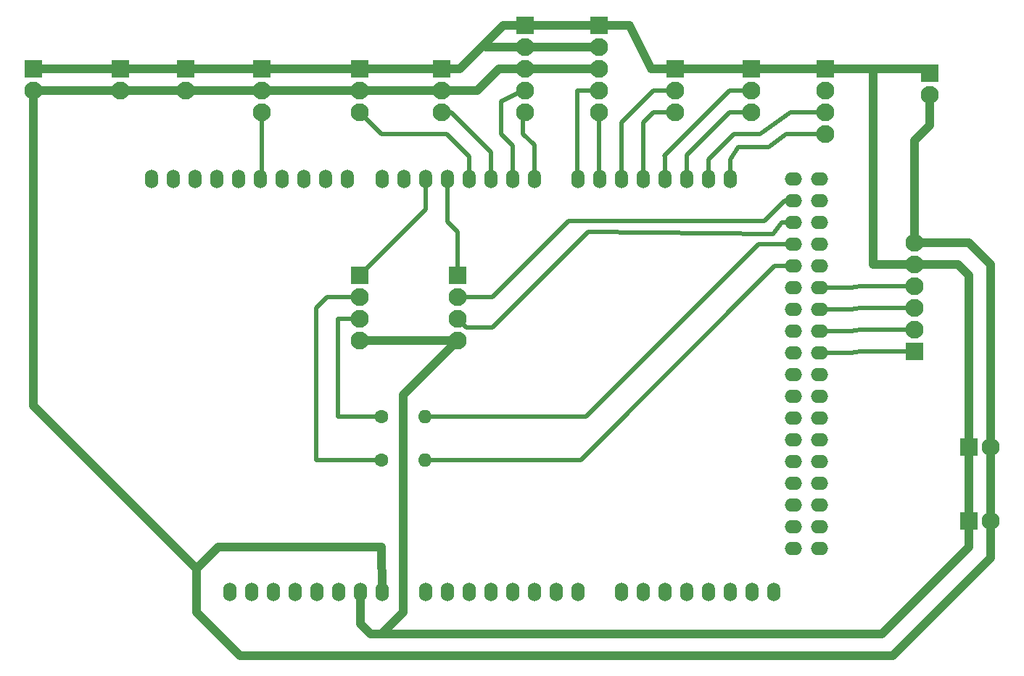
<source format=gbl>
G04 #@! TF.GenerationSoftware,KiCad,Pcbnew,(5.1.6)-1*
G04 #@! TF.CreationDate,2020-08-27T22:58:18+05:30*
G04 #@! TF.ProjectId,PCB board,50434220-626f-4617-9264-2e6b69636164,rev?*
G04 #@! TF.SameCoordinates,Original*
G04 #@! TF.FileFunction,Copper,L2,Bot*
G04 #@! TF.FilePolarity,Positive*
%FSLAX46Y46*%
G04 Gerber Fmt 4.6, Leading zero omitted, Abs format (unit mm)*
G04 Created by KiCad (PCBNEW (5.1.6)-1) date 2020-08-27 22:58:18*
%MOMM*%
%LPD*%
G01*
G04 APERTURE LIST*
G04 #@! TA.AperFunction,ComponentPad*
%ADD10O,1.524000X2.197100*%
G04 #@! TD*
G04 #@! TA.AperFunction,ComponentPad*
%ADD11O,1.998980X1.539240*%
G04 #@! TD*
G04 #@! TA.AperFunction,ComponentPad*
%ADD12O,1.998980X1.536700*%
G04 #@! TD*
G04 #@! TA.AperFunction,ComponentPad*
%ADD13O,1.524000X2.199640*%
G04 #@! TD*
G04 #@! TA.AperFunction,ComponentPad*
%ADD14O,1.600000X1.600000*%
G04 #@! TD*
G04 #@! TA.AperFunction,ComponentPad*
%ADD15C,1.600000*%
G04 #@! TD*
G04 #@! TA.AperFunction,ComponentPad*
%ADD16R,2.100000X2.100000*%
G04 #@! TD*
G04 #@! TA.AperFunction,ComponentPad*
%ADD17C,2.100000*%
G04 #@! TD*
G04 #@! TA.AperFunction,Conductor*
%ADD18C,1.000000*%
G04 #@! TD*
G04 #@! TA.AperFunction,Conductor*
%ADD19C,0.500000*%
G04 #@! TD*
G04 APERTURE END LIST*
D10*
X115376001Y-71310501D03*
X117916001Y-71310501D03*
X120456001Y-71310501D03*
X122996001Y-71310501D03*
X125536001Y-71310501D03*
X128076001Y-71310501D03*
X130616001Y-71310501D03*
X133156001Y-71310501D03*
X135696001Y-71310501D03*
X138236001Y-71310501D03*
X142300001Y-71310501D03*
X144840001Y-71310501D03*
X147380001Y-71310501D03*
X149920001Y-71310501D03*
X152460001Y-71310501D03*
X155000001Y-71310501D03*
X157540001Y-71310501D03*
X160080001Y-71310501D03*
X165160001Y-71310501D03*
X167700001Y-71310501D03*
X170240001Y-71310501D03*
X172780001Y-71310501D03*
X175320001Y-71310501D03*
X177860001Y-71310501D03*
X180400001Y-71310501D03*
X182940001Y-71310501D03*
D11*
X190311081Y-86550501D03*
X190311081Y-89090501D03*
X190311081Y-91630501D03*
X190311081Y-94170501D03*
X190311081Y-96710501D03*
X190311081Y-99250501D03*
X190311081Y-101790501D03*
X190311081Y-104330501D03*
D12*
X193346381Y-111950501D03*
X193346381Y-114490501D03*
D11*
X190311081Y-71310501D03*
X190311081Y-73850501D03*
X190311081Y-76390501D03*
X190311081Y-78930501D03*
X190311081Y-81470501D03*
X190311081Y-84010501D03*
D12*
X193346381Y-91630501D03*
X193346381Y-94170501D03*
X193346381Y-96710501D03*
X193346381Y-99250501D03*
X193346381Y-101790501D03*
X193346381Y-104330501D03*
X193346381Y-106870501D03*
X193346381Y-109410501D03*
D10*
X185480001Y-119570501D03*
X182940001Y-119570501D03*
X180400001Y-119570501D03*
X177860001Y-119570501D03*
D13*
X175320001Y-119570501D03*
X172780001Y-119570501D03*
X170240001Y-119570501D03*
X165160001Y-119570501D03*
X129600001Y-119570501D03*
X127060001Y-119570501D03*
X124520001Y-119570501D03*
X139760001Y-119570501D03*
X137220001Y-119570501D03*
X134680001Y-119570501D03*
X132140001Y-119570501D03*
X162620001Y-119570501D03*
X160080001Y-119570501D03*
X157540001Y-119570501D03*
X155000001Y-119570501D03*
X152460001Y-119570501D03*
X149920001Y-119570501D03*
X147380001Y-119570501D03*
X142300001Y-119570501D03*
D12*
X193346381Y-71310501D03*
X193346381Y-73850501D03*
X193346381Y-76390501D03*
X193346381Y-78930501D03*
X193346381Y-81470501D03*
X193346381Y-84010501D03*
X193346381Y-86550501D03*
X193346381Y-89090501D03*
D11*
X190311081Y-106870501D03*
X190311081Y-109410501D03*
X190311081Y-111950501D03*
X190311081Y-114490501D03*
D10*
X188020001Y-119570501D03*
D14*
X147320000Y-104140000D03*
D15*
X142240000Y-104140000D03*
D14*
X147320000Y-99060000D03*
D15*
X142240000Y-99060000D03*
D16*
X176530000Y-58420000D03*
D17*
X176530000Y-60960000D03*
X176530000Y-63500000D03*
X149225000Y-63500000D03*
X149225000Y-60960000D03*
D16*
X149225000Y-58420000D03*
D17*
X139700000Y-63500000D03*
X139700000Y-60960000D03*
D16*
X139700000Y-58420000D03*
X101600000Y-58420000D03*
D17*
X101600000Y-60960000D03*
X128270000Y-63500000D03*
X128270000Y-60960000D03*
D16*
X128270000Y-58420000D03*
X111760000Y-58420000D03*
D17*
X111760000Y-60960000D03*
D16*
X119380000Y-58420000D03*
D17*
X119380000Y-60960000D03*
X151130000Y-90170000D03*
X151130000Y-87630000D03*
X151130000Y-85090000D03*
D16*
X151130000Y-82550000D03*
X139700000Y-82550000D03*
D17*
X139700000Y-85090000D03*
X139700000Y-87630000D03*
X139700000Y-90170000D03*
D16*
X204470000Y-91440000D03*
D17*
X204470000Y-88900000D03*
X204470000Y-86360000D03*
X204470000Y-83820000D03*
X204470000Y-81280000D03*
X204470000Y-78740000D03*
D16*
X185420000Y-58420000D03*
D17*
X185420000Y-60960000D03*
X185420000Y-63500000D03*
D16*
X210820000Y-102616000D03*
D17*
X213360000Y-102616000D03*
X213360000Y-111252000D03*
D16*
X210820000Y-111252000D03*
X194056000Y-58420000D03*
D17*
X194056000Y-60960000D03*
X194056000Y-63500000D03*
X194056000Y-66040000D03*
D16*
X206248000Y-58928000D03*
D17*
X206248000Y-61468000D03*
D16*
X159004000Y-53340000D03*
D17*
X159004000Y-55880000D03*
X159004000Y-58420000D03*
X159004000Y-60960000D03*
X159004000Y-63500000D03*
D16*
X167640000Y-53340000D03*
D17*
X167640000Y-55880000D03*
X167640000Y-58420000D03*
X167640000Y-60960000D03*
X167640000Y-63500000D03*
D18*
X101600000Y-58420000D02*
X111760000Y-58420000D01*
X111760000Y-58420000D02*
X128270000Y-58420000D01*
X151130000Y-90170000D02*
X144780000Y-96520000D01*
X139760001Y-123250001D02*
X139760001Y-119570501D01*
X142240000Y-124460000D02*
X140970000Y-124460000D01*
X144780000Y-121920000D02*
X142240000Y-124460000D01*
X144780000Y-96520000D02*
X144780000Y-121920000D01*
X140970000Y-124460000D02*
X139760001Y-123250001D01*
X151130000Y-90170000D02*
X139700000Y-90170000D01*
X176530000Y-58420000D02*
X185420000Y-58420000D01*
X139700000Y-58420000D02*
X128270000Y-58420000D01*
X139700000Y-58420000D02*
X149225000Y-58420000D01*
X210820000Y-82550000D02*
X209550000Y-81280000D01*
X210820000Y-114300000D02*
X210820000Y-82550000D01*
X209550000Y-81280000D02*
X204470000Y-81280000D01*
X142240000Y-124460000D02*
X200660000Y-124460000D01*
X200660000Y-124460000D02*
X210820000Y-114300000D01*
X199644000Y-81280000D02*
X204470000Y-81280000D01*
X185420000Y-58420000D02*
X199644000Y-58420000D01*
X199644000Y-58420000D02*
X199644000Y-81280000D01*
X205740000Y-58420000D02*
X206248000Y-58928000D01*
X199644000Y-58420000D02*
X205740000Y-58420000D01*
X149225000Y-58420000D02*
X151384000Y-58420000D01*
X156464000Y-53340000D02*
X159004000Y-53340000D01*
X154432000Y-55880000D02*
X154178000Y-55626000D01*
X151384000Y-58420000D02*
X154178000Y-55626000D01*
X159004000Y-55880000D02*
X154432000Y-55880000D01*
X154178000Y-55626000D02*
X156464000Y-53340000D01*
X173736000Y-58420000D02*
X176530000Y-58420000D01*
X159004000Y-53340000D02*
X171196000Y-53340000D01*
X171196000Y-53340000D02*
X173736000Y-58420000D01*
X159004000Y-55880000D02*
X167640000Y-55880000D01*
X101600000Y-60960000D02*
X111760000Y-60960000D01*
X111760000Y-60960000D02*
X128270000Y-60960000D01*
X120650000Y-116840000D02*
X123190000Y-114300000D01*
X123190000Y-114300000D02*
X142240000Y-114300000D01*
X142240000Y-114300000D02*
X142300001Y-119570501D01*
X101600000Y-97790000D02*
X120650000Y-116840000D01*
X101600000Y-60960000D02*
X101600000Y-97790000D01*
X139700000Y-60960000D02*
X128270000Y-60960000D01*
X139700000Y-60960000D02*
X149225000Y-60960000D01*
X210820000Y-78740000D02*
X204470000Y-78740000D01*
X213360000Y-81280000D02*
X210820000Y-78740000D01*
X120650000Y-121920000D02*
X125730000Y-127000000D01*
X120650000Y-116840000D02*
X120650000Y-121920000D01*
X125730000Y-127000000D02*
X201930000Y-127000000D01*
X201930000Y-127000000D02*
X213360000Y-115570000D01*
X213360000Y-115570000D02*
X213360000Y-81280000D01*
X204470000Y-78740000D02*
X204470000Y-66802000D01*
X206248000Y-65024000D02*
X206248000Y-61468000D01*
X204470000Y-66802000D02*
X206248000Y-65024000D01*
X149225000Y-60960000D02*
X153416000Y-60960000D01*
X155956000Y-58420000D02*
X159004000Y-58420000D01*
X153416000Y-60960000D02*
X155956000Y-58420000D01*
X159004000Y-58420000D02*
X167640000Y-58420000D01*
D19*
X128270000Y-71116502D02*
X128076001Y-71310501D01*
X128270000Y-63500000D02*
X128270000Y-71116502D01*
X157249999Y-71020499D02*
X157540001Y-71310501D01*
X157540001Y-67370001D02*
X157540001Y-71310501D01*
X158750000Y-60960000D02*
X156210000Y-62230000D01*
X156210000Y-66040000D02*
X157540001Y-67370001D01*
X156210000Y-62230000D02*
X156210000Y-66040000D01*
X176530000Y-60960000D02*
X173990000Y-60960000D01*
X170240001Y-64709999D02*
X170240001Y-71310501D01*
X173990000Y-60960000D02*
X170240001Y-64709999D01*
X165100000Y-69807941D02*
X165160001Y-71310501D01*
X167640000Y-60960000D02*
X165100000Y-60960000D01*
X165100000Y-60960000D02*
X165100000Y-69807941D01*
X167640000Y-71250500D02*
X167700001Y-71310501D01*
X167640000Y-63500000D02*
X167640000Y-71250500D01*
X176530000Y-63500000D02*
X173990000Y-63500000D01*
X172780001Y-64709999D02*
X172780001Y-71310501D01*
X173990000Y-63500000D02*
X172780001Y-64709999D01*
X160080001Y-67310000D02*
X160080001Y-71310501D01*
X158750000Y-63500000D02*
X158750000Y-66040000D01*
X158750000Y-66040000D02*
X160080001Y-67310000D01*
X164084000Y-76200000D02*
X155194000Y-85090000D01*
X155194000Y-85090000D02*
X151130000Y-85090000D01*
X186944000Y-76200000D02*
X164084000Y-76200000D01*
X190560001Y-73850501D02*
X189293499Y-73850501D01*
X189293499Y-73850501D02*
X186944000Y-76200000D01*
X188976000Y-76390501D02*
X190560001Y-76390501D01*
X151130000Y-87630000D02*
X152179999Y-88679999D01*
X152179999Y-88679999D02*
X155160001Y-88679999D01*
X155160001Y-88679999D02*
X166370000Y-77470000D01*
X166370000Y-77470000D02*
X187960000Y-77724000D01*
X187960000Y-77724000D02*
X188976000Y-76390501D01*
X155000001Y-71310501D02*
X155000001Y-68132001D01*
X150368000Y-63500000D02*
X149225000Y-63500000D01*
X155000001Y-68132001D02*
X150368000Y-63500000D01*
X204470000Y-86360000D02*
X198120000Y-86360000D01*
X197040501Y-86550501D02*
X193100001Y-86550501D01*
X198120000Y-86360000D02*
X197040501Y-86550501D01*
X204470000Y-88900000D02*
X198120000Y-88900000D01*
X197040501Y-89090501D02*
X193100001Y-89090501D01*
X198120000Y-88900000D02*
X197040501Y-89090501D01*
X204470000Y-91440000D02*
X198120000Y-91440000D01*
X197040501Y-91630501D02*
X193100001Y-91630501D01*
X198120000Y-91440000D02*
X197040501Y-91630501D01*
X152460001Y-71310501D02*
X152460001Y-68640001D01*
X152460001Y-68640001D02*
X149860000Y-66040000D01*
X142240000Y-66040000D02*
X139700000Y-63500000D01*
X149860000Y-66040000D02*
X142240000Y-66040000D01*
X204470000Y-83820000D02*
X198120000Y-83820000D01*
X197040501Y-84010501D02*
X193100001Y-84010501D01*
X198120000Y-83820000D02*
X197040501Y-84010501D01*
X147380001Y-74869999D02*
X147380001Y-71310501D01*
X139700000Y-82550000D02*
X147380001Y-74869999D01*
X139700000Y-87630000D02*
X137160000Y-87630000D01*
X137160000Y-87630000D02*
X137160000Y-99060000D01*
X137160000Y-99060000D02*
X140970000Y-99060000D01*
X140970000Y-99060000D02*
X142240000Y-99060000D01*
X190560001Y-78930501D02*
X186245499Y-78930501D01*
X186245499Y-78930501D02*
X166116000Y-99060000D01*
X166116000Y-99060000D02*
X147320000Y-99060000D01*
X190560001Y-81470501D02*
X188150501Y-81470501D01*
X188150501Y-81470501D02*
X165481002Y-104140000D01*
X165481002Y-104140000D02*
X148590000Y-104140000D01*
X137160000Y-104140000D02*
X139700000Y-104140000D01*
X134620000Y-104140000D02*
X137160000Y-104140000D01*
X134620000Y-86360000D02*
X134620000Y-104140000D01*
X139700000Y-85090000D02*
X135890000Y-85090000D01*
X135890000Y-85090000D02*
X134620000Y-86360000D01*
X139700000Y-104140000D02*
X140970000Y-104140000D01*
X148590000Y-104140000D02*
X147320000Y-104140000D01*
X140970000Y-104140000D02*
X142240000Y-104140000D01*
X151130000Y-82550000D02*
X151130000Y-77470000D01*
X149920001Y-76260001D02*
X149920001Y-71310501D01*
X151130000Y-77470000D02*
X149920001Y-76260001D01*
X185420000Y-63500000D02*
X182880000Y-63500000D01*
X177860001Y-68519999D02*
X177860001Y-71310501D01*
X182880000Y-63500000D02*
X177860001Y-68519999D01*
X185420000Y-60960000D02*
X182880000Y-60960000D01*
X182880000Y-60960000D02*
X175260000Y-68580000D01*
X175320001Y-68640001D02*
X175320001Y-71310501D01*
X175260000Y-68580000D02*
X175320001Y-68640001D01*
X180400001Y-69027999D02*
X180400001Y-71310501D01*
X183388000Y-66040000D02*
X180400001Y-69027999D01*
X186436000Y-66040000D02*
X183388000Y-66040000D01*
X194056000Y-63500000D02*
X189992000Y-63500000D01*
X189992000Y-63500000D02*
X186436000Y-66040000D01*
X182940001Y-69027999D02*
X182940001Y-71310501D01*
X183896000Y-67564000D02*
X182940001Y-69027999D01*
X187452000Y-67564000D02*
X183896000Y-67564000D01*
X194056000Y-66040000D02*
X189484000Y-66040000D01*
X189484000Y-66040000D02*
X187452000Y-67564000D01*
M02*

</source>
